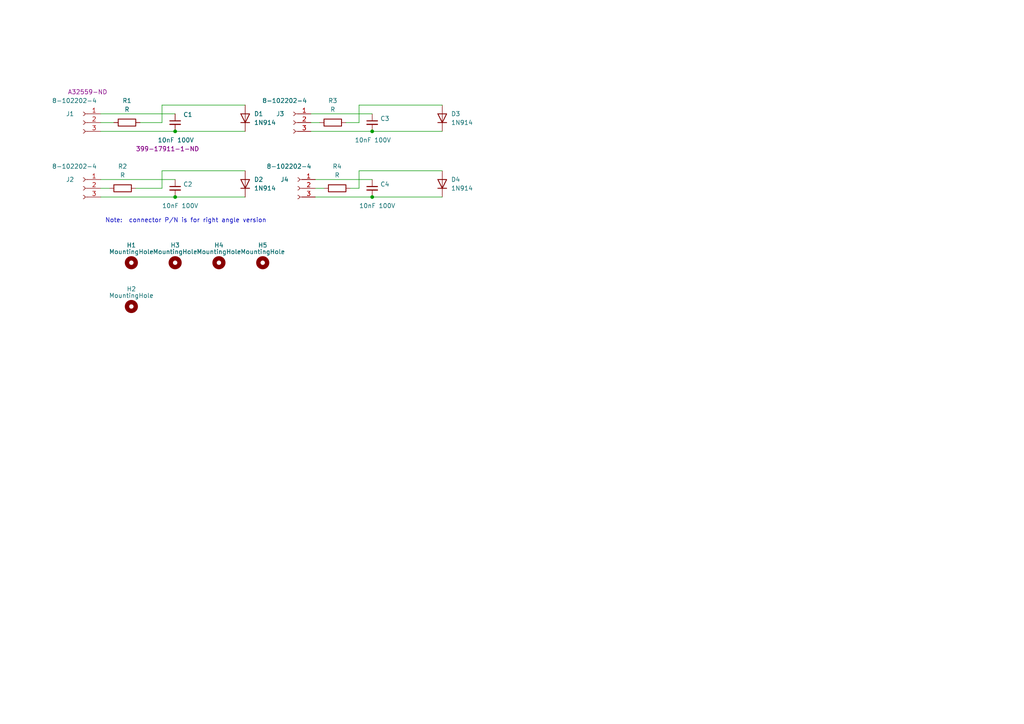
<source format=kicad_sch>
(kicad_sch (version 20230121) (generator eeschema)
  (paper "A4")
  (lib_symbols
    (symbol "Connector:Conn_01x03_Female" (pin_names (offset 1.016) hide)
      (property "Reference" "J" (at 0 5.08 0))
      (property "Value" "Conn_01x03_Female" (at 0 -5.08 0))
      (symbol "Conn_01x03_Female_1_1"
        (arc (start 0 -2.032) (mid -0.5058 -2.54) (end 0 -3.048) (stroke (width 0.1524)))
        (polyline (pts (xy -1.27 -2.54) (xy -0.508 -2.54)) (stroke (width 0.1524)))
        (polyline (pts (xy -1.27 0) (xy -0.508 0)) (stroke (width 0.1524)))
        (polyline (pts (xy -1.27 2.54) (xy -0.508 2.54)) (stroke (width 0.1524)))
        (arc (start 0 0.508) (mid -0.5058 0) (end 0 -0.508) (stroke (width 0.1524)))
        (arc (start 0 3.048) (mid -0.5058 2.54) (end 0 2.032) (stroke (width 0.1524)))
        (pin passive line (at -5.08 2.54 0) (length 3.81) (name "Pin_1") (number "1"))
        (pin passive line (at -5.08 0 0) (length 3.81) (name "Pin_2") (number "2"))
        (pin passive line (at -5.08 -2.54 0) (length 3.81) (name "Pin_3") (number "3"))
      )
    )
    (symbol "Device:C_Small" (pin_numbers hide) (pin_names (offset 0.254) hide)
      (property "Reference" "C" (at 0.254 1.778 0))
      (property "Value" "C_Small" (at 0.254 -2.032 0))
      (symbol "C_Small_0_1"
        (polyline (pts (xy -1.524 -0.508) (xy 1.524 -0.508)) (stroke (width 0.3302)))
        (polyline (pts (xy -1.524 0.508) (xy 1.524 0.508)) (stroke (width 0.3048)))
      )
      (symbol "C_Small_1_1"
        (pin passive line (at 0 2.54 270) (length 2.032) (name "~") (number "1"))
        (pin passive line (at 0 -2.54 90) (length 2.032) (name "~") (number "2"))
      )
    )
    (symbol "Device:R" (pin_numbers hide) (pin_names (offset 0))
      (property "Reference" "R" (at 2.032 0 90))
      (property "Value" "R" (at 0 0 90))
      (symbol "R_0_1"
        (rectangle (start -1.016 -2.54) (end 1.016 2.54) (stroke (width 0.254)))
      )
      (symbol "R_1_1"
        (pin passive line (at 0 3.81 270) (length 1.27) (name "~") (number "1"))
        (pin passive line (at 0 -3.81 90) (length 1.27) (name "~") (number "2"))
      )
    )
    (symbol "Diode:1N914" (pin_numbers hide) (pin_names hide)
      (property "Reference" "D" (at 0 2.54 0))
      (property "Value" "1N914" (at 0 -2.54 0))
      (symbol "1N914_0_1"
        (polyline (pts (xy -1.27 1.27) (xy -1.27 -1.27)) (stroke (width 0.254)))
        (polyline (pts (xy 1.27 0) (xy -1.27 0)))
        (polyline (pts (xy 1.27 1.27) (xy 1.27 -1.27) (xy -1.27 0) (xy 1.27 1.27)) (stroke (width 0.254)))
      )
      (symbol "1N914_1_1"
        (pin passive line (at -3.81 0 0) (length 2.54) (name "K") (number "1"))
        (pin passive line (at 3.81 0 180) (length 2.54) (name "A") (number "2"))
      )
    )
    (symbol "Mechanical:MountingHole" (pin_names (offset 1.016))
      (property "Reference" "H" (at 0 5.08 0))
      (property "Value" "MountingHole" (at 0 3.175 0))
      (symbol "MountingHole_0_1"
        (circle (center 0 0) (radius 1.27) (stroke (width 1.27)))
      )
    )
  )
  (junction (at 50.8 38.1))
  (junction (at 107.95 38.1))
  (junction (at 107.95 57.15))
  (junction (at 50.8 57.15))
  (wire (pts (xy 46.99 54.61) (xy 46.99 49.53)))
  (wire (pts (xy 29.21 57.15) (xy 50.8 57.15)))
  (wire (pts (xy 46.99 49.53) (xy 71.12 49.53)))
  (wire (pts (xy 29.21 54.61) (xy 31.75 54.61)))
  (wire (pts (xy 39.37 54.61) (xy 46.99 54.61)))
  (wire (pts (xy 104.14 35.56) (xy 104.14 30.48)))
  (wire (pts (xy 90.17 35.56) (xy 92.71 35.56)))
  (wire (pts (xy 104.14 54.61) (xy 104.14 49.53)))
  (wire (pts (xy 107.95 57.15) (xy 128.27 57.15)))
  (wire (pts (xy 104.14 49.53) (xy 128.27 49.53)))
  (wire (pts (xy 91.44 54.61) (xy 93.98 54.61)))
  (wire (pts (xy 46.99 30.48) (xy 71.12 30.48)))
  (wire (pts (xy 90.17 38.1) (xy 107.95 38.1)))
  (wire (pts (xy 100.33 35.56) (xy 104.14 35.56)))
  (wire (pts (xy 101.6 54.61) (xy 104.14 54.61)))
  (wire (pts (xy 91.44 57.15) (xy 107.95 57.15)))
  (wire (pts (xy 107.95 33.02) (xy 90.17 33.02)))
  (wire (pts (xy 40.64 35.56) (xy 46.99 35.56)))
  (wire (pts (xy 29.21 35.56) (xy 33.02 35.56)))
  (wire (pts (xy 107.95 52.07) (xy 91.44 52.07)))
  (wire (pts (xy 50.8 57.15) (xy 71.12 57.15)))
  (wire (pts (xy 29.21 33.02) (xy 50.8 33.02)))
  (wire (pts (xy 104.14 30.48) (xy 128.27 30.48)))
  (wire (pts (xy 50.8 38.1) (xy 71.12 38.1)))
  (wire (pts (xy 29.21 52.07) (xy 50.8 52.07)))
  (wire (pts (xy 46.99 35.56) (xy 46.99 30.48)))
  (wire (pts (xy 107.95 38.1) (xy 128.27 38.1)))
  (wire (pts (xy 29.21 38.1) (xy 50.8 38.1)))
  (text "Note:  connector P/N is for right angle version\n" (at 30.48 64.77 0) (effects (font (size 1.27 1.27)) (justify left bottom)))
  (symbol (lib_id "Connector:Conn_01x03_Female") (at 24.13 35.56 0) (mirror y) (unit 1)
    (property "Reference" "J1" (at 20.32 33.02 0))
    (property "Value" "8-102202-4" (at 21.59 29.21 0))
    (property "Footprint" "Connector_PinHeader_2.54mm:PinHeader_1x03_P2.54mm_Vertical" (effects hide))
    (property "DigiKey" "A32559-ND" (at 25.4 26.67 0))
  )
  (symbol (lib_id "Device:C_Small") (at 50.8 35.56 0) (unit 1)
    (property "Reference" "C1" (at 53.1368 33.2486 0) (effects (justify left)))
    (property "Value" "10nF 100V" (at 45.72 40.64 0) (effects (justify left)))
    (property "Footprint" "Capacitor_SMD:C_1206_3216Metric_Pad1.33x1.80mm_HandSolder" (effects hide))
    (property "DigiKey" "399-17911-1-ND" (at 39.37 43.18 0) (effects (justify left)))
  )
  (symbol (lib_id "Connector:Conn_01x03_Female") (at 85.09 35.56 0) (mirror y) (unit 1)
    (property "Reference" "J3" (at 81.28 33.02 0))
    (property "Value" "8-102202-4" (at 82.55 29.21 0))
    (property "Footprint" "Connector_PinHeader_2.54mm:PinHeader_1x03_P2.54mm_Vertical" (effects hide))
    (property "DigiKey" "A32559-ND" (effects hide))
  )
  (symbol (lib_id "Device:C_Small") (at 107.95 35.56 0) (unit 1)
    (property "Reference" "C3" (at 110.2868 34.3916 0) (effects (justify left)))
    (property "Value" "10nF 100V" (at 102.87 40.64 0) (effects (justify left)))
    (property "Footprint" "Capacitor_SMD:C_1206_3216Metric_Pad1.33x1.80mm_HandSolder" (effects hide))
    (property "DigiKey" "399-17911-1-ND" (effects hide))
  )
  (symbol (lib_id "Connector:Conn_01x03_Female") (at 24.13 54.61 0) (mirror y) (unit 1)
    (property "Reference" "J2" (at 20.32 52.07 0))
    (property "Value" "8-102202-4" (at 21.59 48.26 0))
    (property "Footprint" "Connector_PinHeader_2.54mm:PinHeader_1x03_P2.54mm_Vertical" (effects hide))
    (property "DigiKey" "A32559-ND" (effects hide))
  )
  (symbol (lib_id "Device:C_Small") (at 50.8 54.61 0) (unit 1)
    (property "Reference" "C2" (at 53.1368 53.4416 0) (effects (justify left)))
    (property "Value" "10nF 100V" (at 46.99 59.69 0) (effects (justify left)))
    (property "Footprint" "Capacitor_SMD:C_1206_3216Metric_Pad1.33x1.80mm_HandSolder" (effects hide))
    (property "DigiKey" "399-17911-1-ND" (effects hide))
  )
  (symbol (lib_id "Connector:Conn_01x03_Female") (at 86.36 54.61 0) (mirror y) (unit 1)
    (property "Reference" "J4" (at 82.55 52.07 0))
    (property "Value" "8-102202-4" (at 83.82 48.26 0))
    (property "Footprint" "Connector_PinHeader_2.54mm:PinHeader_1x03_P2.54mm_Vertical" (effects hide))
    (property "DigiKey" "A32559-ND" (effects hide))
  )
  (symbol (lib_id "Device:C_Small") (at 107.95 54.61 0) (unit 1)
    (property "Reference" "C4" (at 110.2868 53.4416 0) (effects (justify left)))
    (property "Value" "10nF 100V" (at 104.14 59.69 0) (effects (justify left)))
    (property "Footprint" "Capacitor_SMD:C_1206_3216Metric_Pad1.33x1.80mm_HandSolder" (effects hide))
    (property "DigiKey" "399-17911-1-ND" (effects hide))
  )
  (symbol (lib_id "Mechanical:MountingHole") (at 38.1 76.2 0) (unit 1)
    (property "Reference" "H1" (at 38.1 71.12 0))
    (property "Value" "MountingHole" (at 38.1 73.025 0))
    (property "Footprint" "quad_sipm:MountingHole_6.4_pad" (effects hide))
  )
  (symbol (lib_id "Mechanical:MountingHole") (at 50.8 76.2 0) (unit 1)
    (property "Reference" "H3" (at 50.8 71.12 0))
    (property "Value" "MountingHole" (at 50.8 73.025 0))
    (property "Footprint" "quad_sipm:MountingHole_6.4_pad" (effects hide))
  )
  (symbol (lib_id "Mechanical:MountingHole") (at 63.5 76.2 0) (unit 1)
    (property "Reference" "H4" (at 63.5 71.12 0))
    (property "Value" "MountingHole" (at 63.5 73.025 0))
    (property "Footprint" "quad_sipm:MountingHole_6.4_pad" (effects hide))
  )
  (symbol (lib_id "Mechanical:MountingHole") (at 76.2 76.2 0) (unit 1)
    (property "Reference" "H5" (at 76.2 71.12 0))
    (property "Value" "MountingHole" (at 76.2 73.025 0))
    (property "Footprint" "quad_sipm:MountingHole_6.4_pad" (effects hide))
  )
  (symbol (lib_id "Mechanical:MountingHole") (at 38.1 88.9 0) (unit 1)
    (property "Reference" "H2" (at 38.1 83.82 0))
    (property "Value" "MountingHole" (at 38.1 85.725 0))
    (property "Footprint" "quad_sipm:MountingHole_8.4mm_M8_Pad" (effects hide))
  )
  (symbol (lib_id "Diode:1N914") (at 71.12 53.34 90) (unit 1)
    (property "Reference" "D2" (at 73.66 52.07 90) (effects (justify right)))
    (property "Value" "1N914" (at 73.66 54.61 90) (effects (justify right)))
    (property "Footprint" "Diode_SMD:S13360-6025PE_throughhole" (effects hide))
    (property "Datasheet" "http://www.vishay.com/docs/85622/1n914.pdf" (effects hide))
    (property "Sim.Device" "D" (effects hide))
    (property "Sim.Pins" "1=K 2=A" (effects hide))
  )
  (symbol (lib_id "Device:R") (at 35.56 54.61 270) (unit 1)
    (property "Reference" "R2" (at 35.56 48.26 90))
    (property "Value" "R" (at 35.56 50.8 90))
    (property "Footprint" "Resistor_SMD:1206_VIS-L" (effects hide))
  )
  (symbol (lib_id "Device:R") (at 96.52 35.56 90) (unit 1)
    (property "Reference" "R3" (at 96.52 29.21 90))
    (property "Value" "R" (at 96.52 31.75 90))
    (property "Footprint" "Resistor_SMD:1206_VIS-L" (effects hide))
  )
  (symbol (lib_id "Diode:1N914") (at 71.12 34.29 90) (unit 1)
    (property "Reference" "D1" (at 73.66 33.02 90) (effects (justify right)))
    (property "Value" "1N914" (at 73.66 35.56 90) (effects (justify right)))
    (property "Footprint" "Diode_SMD:S13360-6025PE_throughhole" (effects hide))
    (property "Datasheet" "http://www.vishay.com/docs/85622/1n914.pdf" (effects hide))
    (property "Sim.Device" "D" (effects hide))
    (property "Sim.Pins" "1=K 2=A" (effects hide))
  )
  (symbol (lib_id "Diode:1N914") (at 128.27 34.29 90) (unit 1)
    (property "Reference" "D3" (at 130.81 33.02 90) (effects (justify right)))
    (property "Value" "1N914" (at 130.81 35.56 90) (effects (justify right)))
    (property "Footprint" "Diode_SMD:S13360-6025PE_throughhole" (effects hide))
    (property "Datasheet" "http://www.vishay.com/docs/85622/1n914.pdf" (effects hide))
    (property "Sim.Device" "D" (effects hide))
    (property "Sim.Pins" "3=K 2=A" (effects hide))
  )
  (symbol (lib_id "Device:R") (at 36.83 35.56 270) (unit 1)
    (property "Reference" "R1" (at 36.83 29.21 90))
    (property "Value" "R" (at 36.83 31.75 90))
    (property "Footprint" "Resistor_SMD:1206_VIS-L" (effects hide))
  )
  (symbol (lib_id "Diode:1N914") (at 128.27 53.34 90) (unit 1)
    (property "Reference" "D4" (at 130.81 52.07 90) (effects (justify right)))
    (property "Value" "1N914" (at 130.81 54.61 90) (effects (justify right)))
    (property "Footprint" "Diode_SMD:S13360-6025PE_throughhole" (effects hide))
    (property "Datasheet" "http://www.vishay.com/docs/85622/1n914.pdf" (effects hide))
    (property "Sim.Device" "D" (effects hide))
    (property "Sim.Pins" "1=K 2=A" (effects hide))
  )
  (symbol (lib_id "Device:R") (at 97.79 54.61 270) (unit 1)
    (property "Reference" "R4" (at 97.79 48.26 90))
    (property "Value" "R" (at 97.79 50.8 90))
    (property "Footprint" "Resistor_SMD:1206_VIS-L" (effects hide))
  )
)
</source>
